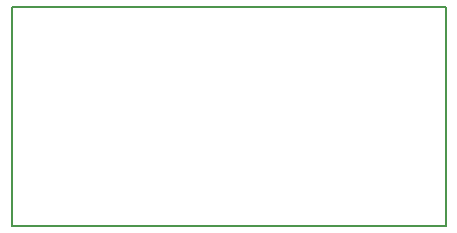
<source format=gko>
G04 Layer_Color=16711935*
%FSLAX25Y25*%
%MOIN*%
G70*
G01*
G75*
%ADD39C,0.00787*%
D39*
X0Y0D02*
X144488D01*
X0D02*
Y73228D01*
X144488D01*
Y0D02*
Y73228D01*
M02*

</source>
